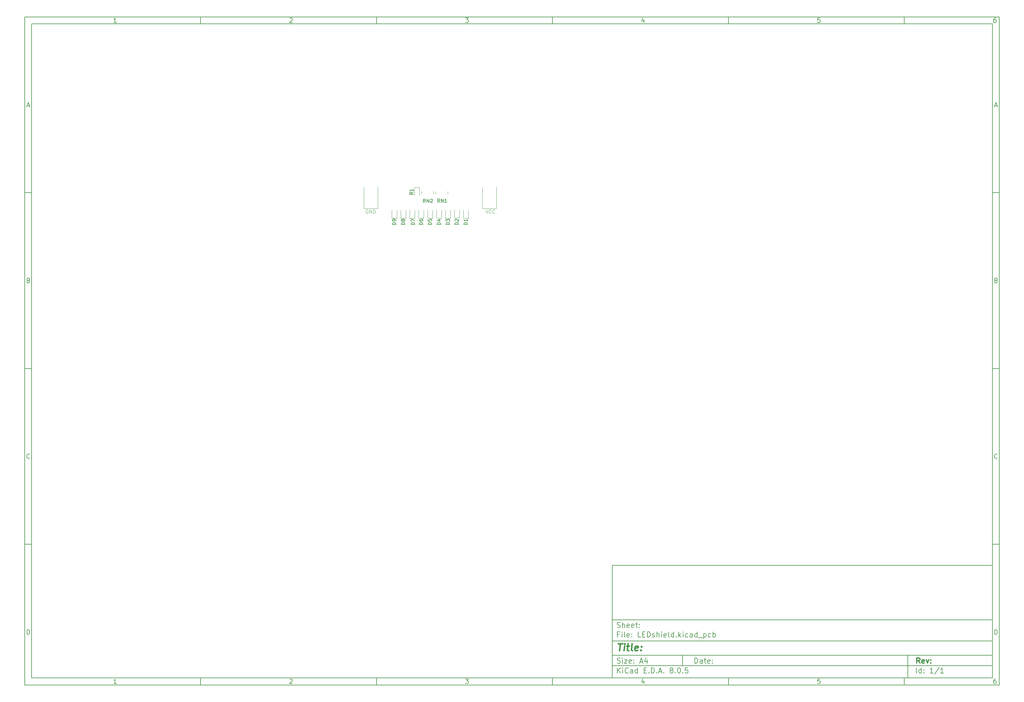
<source format=gbr>
%TF.GenerationSoftware,KiCad,Pcbnew,8.0.5*%
%TF.CreationDate,2024-11-03T22:21:08+08:00*%
%TF.ProjectId,LEDshield,4c454473-6869-4656-9c64-2e6b69636164,rev?*%
%TF.SameCoordinates,Original*%
%TF.FileFunction,Legend,Top*%
%TF.FilePolarity,Positive*%
%FSLAX46Y46*%
G04 Gerber Fmt 4.6, Leading zero omitted, Abs format (unit mm)*
G04 Created by KiCad (PCBNEW 8.0.5) date 2024-11-03 22:21:08*
%MOMM*%
%LPD*%
G01*
G04 APERTURE LIST*
%ADD10C,0.100000*%
%ADD11C,0.150000*%
%ADD12C,0.300000*%
%ADD13C,0.400000*%
%ADD14C,0.120000*%
G04 APERTURE END LIST*
D10*
D11*
X177002200Y-166007200D02*
X285002200Y-166007200D01*
X285002200Y-198007200D01*
X177002200Y-198007200D01*
X177002200Y-166007200D01*
D10*
D11*
X10000000Y-10000000D02*
X287002200Y-10000000D01*
X287002200Y-200007200D01*
X10000000Y-200007200D01*
X10000000Y-10000000D01*
D10*
D11*
X12000000Y-12000000D02*
X285002200Y-12000000D01*
X285002200Y-198007200D01*
X12000000Y-198007200D01*
X12000000Y-12000000D01*
D10*
D11*
X60000000Y-12000000D02*
X60000000Y-10000000D01*
D10*
D11*
X110000000Y-12000000D02*
X110000000Y-10000000D01*
D10*
D11*
X160000000Y-12000000D02*
X160000000Y-10000000D01*
D10*
D11*
X210000000Y-12000000D02*
X210000000Y-10000000D01*
D10*
D11*
X260000000Y-12000000D02*
X260000000Y-10000000D01*
D10*
D11*
X36089160Y-11593604D02*
X35346303Y-11593604D01*
X35717731Y-11593604D02*
X35717731Y-10293604D01*
X35717731Y-10293604D02*
X35593922Y-10479319D01*
X35593922Y-10479319D02*
X35470112Y-10603128D01*
X35470112Y-10603128D02*
X35346303Y-10665033D01*
D10*
D11*
X85346303Y-10417414D02*
X85408207Y-10355509D01*
X85408207Y-10355509D02*
X85532017Y-10293604D01*
X85532017Y-10293604D02*
X85841541Y-10293604D01*
X85841541Y-10293604D02*
X85965350Y-10355509D01*
X85965350Y-10355509D02*
X86027255Y-10417414D01*
X86027255Y-10417414D02*
X86089160Y-10541223D01*
X86089160Y-10541223D02*
X86089160Y-10665033D01*
X86089160Y-10665033D02*
X86027255Y-10850747D01*
X86027255Y-10850747D02*
X85284398Y-11593604D01*
X85284398Y-11593604D02*
X86089160Y-11593604D01*
D10*
D11*
X135284398Y-10293604D02*
X136089160Y-10293604D01*
X136089160Y-10293604D02*
X135655826Y-10788842D01*
X135655826Y-10788842D02*
X135841541Y-10788842D01*
X135841541Y-10788842D02*
X135965350Y-10850747D01*
X135965350Y-10850747D02*
X136027255Y-10912652D01*
X136027255Y-10912652D02*
X136089160Y-11036461D01*
X136089160Y-11036461D02*
X136089160Y-11345985D01*
X136089160Y-11345985D02*
X136027255Y-11469795D01*
X136027255Y-11469795D02*
X135965350Y-11531700D01*
X135965350Y-11531700D02*
X135841541Y-11593604D01*
X135841541Y-11593604D02*
X135470112Y-11593604D01*
X135470112Y-11593604D02*
X135346303Y-11531700D01*
X135346303Y-11531700D02*
X135284398Y-11469795D01*
D10*
D11*
X185965350Y-10726938D02*
X185965350Y-11593604D01*
X185655826Y-10231700D02*
X185346303Y-11160271D01*
X185346303Y-11160271D02*
X186151064Y-11160271D01*
D10*
D11*
X236027255Y-10293604D02*
X235408207Y-10293604D01*
X235408207Y-10293604D02*
X235346303Y-10912652D01*
X235346303Y-10912652D02*
X235408207Y-10850747D01*
X235408207Y-10850747D02*
X235532017Y-10788842D01*
X235532017Y-10788842D02*
X235841541Y-10788842D01*
X235841541Y-10788842D02*
X235965350Y-10850747D01*
X235965350Y-10850747D02*
X236027255Y-10912652D01*
X236027255Y-10912652D02*
X236089160Y-11036461D01*
X236089160Y-11036461D02*
X236089160Y-11345985D01*
X236089160Y-11345985D02*
X236027255Y-11469795D01*
X236027255Y-11469795D02*
X235965350Y-11531700D01*
X235965350Y-11531700D02*
X235841541Y-11593604D01*
X235841541Y-11593604D02*
X235532017Y-11593604D01*
X235532017Y-11593604D02*
X235408207Y-11531700D01*
X235408207Y-11531700D02*
X235346303Y-11469795D01*
D10*
D11*
X285965350Y-10293604D02*
X285717731Y-10293604D01*
X285717731Y-10293604D02*
X285593922Y-10355509D01*
X285593922Y-10355509D02*
X285532017Y-10417414D01*
X285532017Y-10417414D02*
X285408207Y-10603128D01*
X285408207Y-10603128D02*
X285346303Y-10850747D01*
X285346303Y-10850747D02*
X285346303Y-11345985D01*
X285346303Y-11345985D02*
X285408207Y-11469795D01*
X285408207Y-11469795D02*
X285470112Y-11531700D01*
X285470112Y-11531700D02*
X285593922Y-11593604D01*
X285593922Y-11593604D02*
X285841541Y-11593604D01*
X285841541Y-11593604D02*
X285965350Y-11531700D01*
X285965350Y-11531700D02*
X286027255Y-11469795D01*
X286027255Y-11469795D02*
X286089160Y-11345985D01*
X286089160Y-11345985D02*
X286089160Y-11036461D01*
X286089160Y-11036461D02*
X286027255Y-10912652D01*
X286027255Y-10912652D02*
X285965350Y-10850747D01*
X285965350Y-10850747D02*
X285841541Y-10788842D01*
X285841541Y-10788842D02*
X285593922Y-10788842D01*
X285593922Y-10788842D02*
X285470112Y-10850747D01*
X285470112Y-10850747D02*
X285408207Y-10912652D01*
X285408207Y-10912652D02*
X285346303Y-11036461D01*
D10*
D11*
X60000000Y-198007200D02*
X60000000Y-200007200D01*
D10*
D11*
X110000000Y-198007200D02*
X110000000Y-200007200D01*
D10*
D11*
X160000000Y-198007200D02*
X160000000Y-200007200D01*
D10*
D11*
X210000000Y-198007200D02*
X210000000Y-200007200D01*
D10*
D11*
X260000000Y-198007200D02*
X260000000Y-200007200D01*
D10*
D11*
X36089160Y-199600804D02*
X35346303Y-199600804D01*
X35717731Y-199600804D02*
X35717731Y-198300804D01*
X35717731Y-198300804D02*
X35593922Y-198486519D01*
X35593922Y-198486519D02*
X35470112Y-198610328D01*
X35470112Y-198610328D02*
X35346303Y-198672233D01*
D10*
D11*
X85346303Y-198424614D02*
X85408207Y-198362709D01*
X85408207Y-198362709D02*
X85532017Y-198300804D01*
X85532017Y-198300804D02*
X85841541Y-198300804D01*
X85841541Y-198300804D02*
X85965350Y-198362709D01*
X85965350Y-198362709D02*
X86027255Y-198424614D01*
X86027255Y-198424614D02*
X86089160Y-198548423D01*
X86089160Y-198548423D02*
X86089160Y-198672233D01*
X86089160Y-198672233D02*
X86027255Y-198857947D01*
X86027255Y-198857947D02*
X85284398Y-199600804D01*
X85284398Y-199600804D02*
X86089160Y-199600804D01*
D10*
D11*
X135284398Y-198300804D02*
X136089160Y-198300804D01*
X136089160Y-198300804D02*
X135655826Y-198796042D01*
X135655826Y-198796042D02*
X135841541Y-198796042D01*
X135841541Y-198796042D02*
X135965350Y-198857947D01*
X135965350Y-198857947D02*
X136027255Y-198919852D01*
X136027255Y-198919852D02*
X136089160Y-199043661D01*
X136089160Y-199043661D02*
X136089160Y-199353185D01*
X136089160Y-199353185D02*
X136027255Y-199476995D01*
X136027255Y-199476995D02*
X135965350Y-199538900D01*
X135965350Y-199538900D02*
X135841541Y-199600804D01*
X135841541Y-199600804D02*
X135470112Y-199600804D01*
X135470112Y-199600804D02*
X135346303Y-199538900D01*
X135346303Y-199538900D02*
X135284398Y-199476995D01*
D10*
D11*
X185965350Y-198734138D02*
X185965350Y-199600804D01*
X185655826Y-198238900D02*
X185346303Y-199167471D01*
X185346303Y-199167471D02*
X186151064Y-199167471D01*
D10*
D11*
X236027255Y-198300804D02*
X235408207Y-198300804D01*
X235408207Y-198300804D02*
X235346303Y-198919852D01*
X235346303Y-198919852D02*
X235408207Y-198857947D01*
X235408207Y-198857947D02*
X235532017Y-198796042D01*
X235532017Y-198796042D02*
X235841541Y-198796042D01*
X235841541Y-198796042D02*
X235965350Y-198857947D01*
X235965350Y-198857947D02*
X236027255Y-198919852D01*
X236027255Y-198919852D02*
X236089160Y-199043661D01*
X236089160Y-199043661D02*
X236089160Y-199353185D01*
X236089160Y-199353185D02*
X236027255Y-199476995D01*
X236027255Y-199476995D02*
X235965350Y-199538900D01*
X235965350Y-199538900D02*
X235841541Y-199600804D01*
X235841541Y-199600804D02*
X235532017Y-199600804D01*
X235532017Y-199600804D02*
X235408207Y-199538900D01*
X235408207Y-199538900D02*
X235346303Y-199476995D01*
D10*
D11*
X285965350Y-198300804D02*
X285717731Y-198300804D01*
X285717731Y-198300804D02*
X285593922Y-198362709D01*
X285593922Y-198362709D02*
X285532017Y-198424614D01*
X285532017Y-198424614D02*
X285408207Y-198610328D01*
X285408207Y-198610328D02*
X285346303Y-198857947D01*
X285346303Y-198857947D02*
X285346303Y-199353185D01*
X285346303Y-199353185D02*
X285408207Y-199476995D01*
X285408207Y-199476995D02*
X285470112Y-199538900D01*
X285470112Y-199538900D02*
X285593922Y-199600804D01*
X285593922Y-199600804D02*
X285841541Y-199600804D01*
X285841541Y-199600804D02*
X285965350Y-199538900D01*
X285965350Y-199538900D02*
X286027255Y-199476995D01*
X286027255Y-199476995D02*
X286089160Y-199353185D01*
X286089160Y-199353185D02*
X286089160Y-199043661D01*
X286089160Y-199043661D02*
X286027255Y-198919852D01*
X286027255Y-198919852D02*
X285965350Y-198857947D01*
X285965350Y-198857947D02*
X285841541Y-198796042D01*
X285841541Y-198796042D02*
X285593922Y-198796042D01*
X285593922Y-198796042D02*
X285470112Y-198857947D01*
X285470112Y-198857947D02*
X285408207Y-198919852D01*
X285408207Y-198919852D02*
X285346303Y-199043661D01*
D10*
D11*
X10000000Y-60000000D02*
X12000000Y-60000000D01*
D10*
D11*
X10000000Y-110000000D02*
X12000000Y-110000000D01*
D10*
D11*
X10000000Y-160000000D02*
X12000000Y-160000000D01*
D10*
D11*
X10690476Y-35222176D02*
X11309523Y-35222176D01*
X10566666Y-35593604D02*
X10999999Y-34293604D01*
X10999999Y-34293604D02*
X11433333Y-35593604D01*
D10*
D11*
X11092857Y-84912652D02*
X11278571Y-84974557D01*
X11278571Y-84974557D02*
X11340476Y-85036461D01*
X11340476Y-85036461D02*
X11402380Y-85160271D01*
X11402380Y-85160271D02*
X11402380Y-85345985D01*
X11402380Y-85345985D02*
X11340476Y-85469795D01*
X11340476Y-85469795D02*
X11278571Y-85531700D01*
X11278571Y-85531700D02*
X11154761Y-85593604D01*
X11154761Y-85593604D02*
X10659523Y-85593604D01*
X10659523Y-85593604D02*
X10659523Y-84293604D01*
X10659523Y-84293604D02*
X11092857Y-84293604D01*
X11092857Y-84293604D02*
X11216666Y-84355509D01*
X11216666Y-84355509D02*
X11278571Y-84417414D01*
X11278571Y-84417414D02*
X11340476Y-84541223D01*
X11340476Y-84541223D02*
X11340476Y-84665033D01*
X11340476Y-84665033D02*
X11278571Y-84788842D01*
X11278571Y-84788842D02*
X11216666Y-84850747D01*
X11216666Y-84850747D02*
X11092857Y-84912652D01*
X11092857Y-84912652D02*
X10659523Y-84912652D01*
D10*
D11*
X11402380Y-135469795D02*
X11340476Y-135531700D01*
X11340476Y-135531700D02*
X11154761Y-135593604D01*
X11154761Y-135593604D02*
X11030952Y-135593604D01*
X11030952Y-135593604D02*
X10845238Y-135531700D01*
X10845238Y-135531700D02*
X10721428Y-135407890D01*
X10721428Y-135407890D02*
X10659523Y-135284080D01*
X10659523Y-135284080D02*
X10597619Y-135036461D01*
X10597619Y-135036461D02*
X10597619Y-134850747D01*
X10597619Y-134850747D02*
X10659523Y-134603128D01*
X10659523Y-134603128D02*
X10721428Y-134479319D01*
X10721428Y-134479319D02*
X10845238Y-134355509D01*
X10845238Y-134355509D02*
X11030952Y-134293604D01*
X11030952Y-134293604D02*
X11154761Y-134293604D01*
X11154761Y-134293604D02*
X11340476Y-134355509D01*
X11340476Y-134355509D02*
X11402380Y-134417414D01*
D10*
D11*
X10659523Y-185593604D02*
X10659523Y-184293604D01*
X10659523Y-184293604D02*
X10969047Y-184293604D01*
X10969047Y-184293604D02*
X11154761Y-184355509D01*
X11154761Y-184355509D02*
X11278571Y-184479319D01*
X11278571Y-184479319D02*
X11340476Y-184603128D01*
X11340476Y-184603128D02*
X11402380Y-184850747D01*
X11402380Y-184850747D02*
X11402380Y-185036461D01*
X11402380Y-185036461D02*
X11340476Y-185284080D01*
X11340476Y-185284080D02*
X11278571Y-185407890D01*
X11278571Y-185407890D02*
X11154761Y-185531700D01*
X11154761Y-185531700D02*
X10969047Y-185593604D01*
X10969047Y-185593604D02*
X10659523Y-185593604D01*
D10*
D11*
X287002200Y-60000000D02*
X285002200Y-60000000D01*
D10*
D11*
X287002200Y-110000000D02*
X285002200Y-110000000D01*
D10*
D11*
X287002200Y-160000000D02*
X285002200Y-160000000D01*
D10*
D11*
X285692676Y-35222176D02*
X286311723Y-35222176D01*
X285568866Y-35593604D02*
X286002199Y-34293604D01*
X286002199Y-34293604D02*
X286435533Y-35593604D01*
D10*
D11*
X286095057Y-84912652D02*
X286280771Y-84974557D01*
X286280771Y-84974557D02*
X286342676Y-85036461D01*
X286342676Y-85036461D02*
X286404580Y-85160271D01*
X286404580Y-85160271D02*
X286404580Y-85345985D01*
X286404580Y-85345985D02*
X286342676Y-85469795D01*
X286342676Y-85469795D02*
X286280771Y-85531700D01*
X286280771Y-85531700D02*
X286156961Y-85593604D01*
X286156961Y-85593604D02*
X285661723Y-85593604D01*
X285661723Y-85593604D02*
X285661723Y-84293604D01*
X285661723Y-84293604D02*
X286095057Y-84293604D01*
X286095057Y-84293604D02*
X286218866Y-84355509D01*
X286218866Y-84355509D02*
X286280771Y-84417414D01*
X286280771Y-84417414D02*
X286342676Y-84541223D01*
X286342676Y-84541223D02*
X286342676Y-84665033D01*
X286342676Y-84665033D02*
X286280771Y-84788842D01*
X286280771Y-84788842D02*
X286218866Y-84850747D01*
X286218866Y-84850747D02*
X286095057Y-84912652D01*
X286095057Y-84912652D02*
X285661723Y-84912652D01*
D10*
D11*
X286404580Y-135469795D02*
X286342676Y-135531700D01*
X286342676Y-135531700D02*
X286156961Y-135593604D01*
X286156961Y-135593604D02*
X286033152Y-135593604D01*
X286033152Y-135593604D02*
X285847438Y-135531700D01*
X285847438Y-135531700D02*
X285723628Y-135407890D01*
X285723628Y-135407890D02*
X285661723Y-135284080D01*
X285661723Y-135284080D02*
X285599819Y-135036461D01*
X285599819Y-135036461D02*
X285599819Y-134850747D01*
X285599819Y-134850747D02*
X285661723Y-134603128D01*
X285661723Y-134603128D02*
X285723628Y-134479319D01*
X285723628Y-134479319D02*
X285847438Y-134355509D01*
X285847438Y-134355509D02*
X286033152Y-134293604D01*
X286033152Y-134293604D02*
X286156961Y-134293604D01*
X286156961Y-134293604D02*
X286342676Y-134355509D01*
X286342676Y-134355509D02*
X286404580Y-134417414D01*
D10*
D11*
X285661723Y-185593604D02*
X285661723Y-184293604D01*
X285661723Y-184293604D02*
X285971247Y-184293604D01*
X285971247Y-184293604D02*
X286156961Y-184355509D01*
X286156961Y-184355509D02*
X286280771Y-184479319D01*
X286280771Y-184479319D02*
X286342676Y-184603128D01*
X286342676Y-184603128D02*
X286404580Y-184850747D01*
X286404580Y-184850747D02*
X286404580Y-185036461D01*
X286404580Y-185036461D02*
X286342676Y-185284080D01*
X286342676Y-185284080D02*
X286280771Y-185407890D01*
X286280771Y-185407890D02*
X286156961Y-185531700D01*
X286156961Y-185531700D02*
X285971247Y-185593604D01*
X285971247Y-185593604D02*
X285661723Y-185593604D01*
D10*
D11*
X200458026Y-193793328D02*
X200458026Y-192293328D01*
X200458026Y-192293328D02*
X200815169Y-192293328D01*
X200815169Y-192293328D02*
X201029455Y-192364757D01*
X201029455Y-192364757D02*
X201172312Y-192507614D01*
X201172312Y-192507614D02*
X201243741Y-192650471D01*
X201243741Y-192650471D02*
X201315169Y-192936185D01*
X201315169Y-192936185D02*
X201315169Y-193150471D01*
X201315169Y-193150471D02*
X201243741Y-193436185D01*
X201243741Y-193436185D02*
X201172312Y-193579042D01*
X201172312Y-193579042D02*
X201029455Y-193721900D01*
X201029455Y-193721900D02*
X200815169Y-193793328D01*
X200815169Y-193793328D02*
X200458026Y-193793328D01*
X202600884Y-193793328D02*
X202600884Y-193007614D01*
X202600884Y-193007614D02*
X202529455Y-192864757D01*
X202529455Y-192864757D02*
X202386598Y-192793328D01*
X202386598Y-192793328D02*
X202100884Y-192793328D01*
X202100884Y-192793328D02*
X201958026Y-192864757D01*
X202600884Y-193721900D02*
X202458026Y-193793328D01*
X202458026Y-193793328D02*
X202100884Y-193793328D01*
X202100884Y-193793328D02*
X201958026Y-193721900D01*
X201958026Y-193721900D02*
X201886598Y-193579042D01*
X201886598Y-193579042D02*
X201886598Y-193436185D01*
X201886598Y-193436185D02*
X201958026Y-193293328D01*
X201958026Y-193293328D02*
X202100884Y-193221900D01*
X202100884Y-193221900D02*
X202458026Y-193221900D01*
X202458026Y-193221900D02*
X202600884Y-193150471D01*
X203100884Y-192793328D02*
X203672312Y-192793328D01*
X203315169Y-192293328D02*
X203315169Y-193579042D01*
X203315169Y-193579042D02*
X203386598Y-193721900D01*
X203386598Y-193721900D02*
X203529455Y-193793328D01*
X203529455Y-193793328D02*
X203672312Y-193793328D01*
X204743741Y-193721900D02*
X204600884Y-193793328D01*
X204600884Y-193793328D02*
X204315170Y-193793328D01*
X204315170Y-193793328D02*
X204172312Y-193721900D01*
X204172312Y-193721900D02*
X204100884Y-193579042D01*
X204100884Y-193579042D02*
X204100884Y-193007614D01*
X204100884Y-193007614D02*
X204172312Y-192864757D01*
X204172312Y-192864757D02*
X204315170Y-192793328D01*
X204315170Y-192793328D02*
X204600884Y-192793328D01*
X204600884Y-192793328D02*
X204743741Y-192864757D01*
X204743741Y-192864757D02*
X204815170Y-193007614D01*
X204815170Y-193007614D02*
X204815170Y-193150471D01*
X204815170Y-193150471D02*
X204100884Y-193293328D01*
X205458026Y-193650471D02*
X205529455Y-193721900D01*
X205529455Y-193721900D02*
X205458026Y-193793328D01*
X205458026Y-193793328D02*
X205386598Y-193721900D01*
X205386598Y-193721900D02*
X205458026Y-193650471D01*
X205458026Y-193650471D02*
X205458026Y-193793328D01*
X205458026Y-192864757D02*
X205529455Y-192936185D01*
X205529455Y-192936185D02*
X205458026Y-193007614D01*
X205458026Y-193007614D02*
X205386598Y-192936185D01*
X205386598Y-192936185D02*
X205458026Y-192864757D01*
X205458026Y-192864757D02*
X205458026Y-193007614D01*
D10*
D11*
X177002200Y-194507200D02*
X285002200Y-194507200D01*
D10*
D11*
X178458026Y-196593328D02*
X178458026Y-195093328D01*
X179315169Y-196593328D02*
X178672312Y-195736185D01*
X179315169Y-195093328D02*
X178458026Y-195950471D01*
X179958026Y-196593328D02*
X179958026Y-195593328D01*
X179958026Y-195093328D02*
X179886598Y-195164757D01*
X179886598Y-195164757D02*
X179958026Y-195236185D01*
X179958026Y-195236185D02*
X180029455Y-195164757D01*
X180029455Y-195164757D02*
X179958026Y-195093328D01*
X179958026Y-195093328D02*
X179958026Y-195236185D01*
X181529455Y-196450471D02*
X181458027Y-196521900D01*
X181458027Y-196521900D02*
X181243741Y-196593328D01*
X181243741Y-196593328D02*
X181100884Y-196593328D01*
X181100884Y-196593328D02*
X180886598Y-196521900D01*
X180886598Y-196521900D02*
X180743741Y-196379042D01*
X180743741Y-196379042D02*
X180672312Y-196236185D01*
X180672312Y-196236185D02*
X180600884Y-195950471D01*
X180600884Y-195950471D02*
X180600884Y-195736185D01*
X180600884Y-195736185D02*
X180672312Y-195450471D01*
X180672312Y-195450471D02*
X180743741Y-195307614D01*
X180743741Y-195307614D02*
X180886598Y-195164757D01*
X180886598Y-195164757D02*
X181100884Y-195093328D01*
X181100884Y-195093328D02*
X181243741Y-195093328D01*
X181243741Y-195093328D02*
X181458027Y-195164757D01*
X181458027Y-195164757D02*
X181529455Y-195236185D01*
X182815170Y-196593328D02*
X182815170Y-195807614D01*
X182815170Y-195807614D02*
X182743741Y-195664757D01*
X182743741Y-195664757D02*
X182600884Y-195593328D01*
X182600884Y-195593328D02*
X182315170Y-195593328D01*
X182315170Y-195593328D02*
X182172312Y-195664757D01*
X182815170Y-196521900D02*
X182672312Y-196593328D01*
X182672312Y-196593328D02*
X182315170Y-196593328D01*
X182315170Y-196593328D02*
X182172312Y-196521900D01*
X182172312Y-196521900D02*
X182100884Y-196379042D01*
X182100884Y-196379042D02*
X182100884Y-196236185D01*
X182100884Y-196236185D02*
X182172312Y-196093328D01*
X182172312Y-196093328D02*
X182315170Y-196021900D01*
X182315170Y-196021900D02*
X182672312Y-196021900D01*
X182672312Y-196021900D02*
X182815170Y-195950471D01*
X184172313Y-196593328D02*
X184172313Y-195093328D01*
X184172313Y-196521900D02*
X184029455Y-196593328D01*
X184029455Y-196593328D02*
X183743741Y-196593328D01*
X183743741Y-196593328D02*
X183600884Y-196521900D01*
X183600884Y-196521900D02*
X183529455Y-196450471D01*
X183529455Y-196450471D02*
X183458027Y-196307614D01*
X183458027Y-196307614D02*
X183458027Y-195879042D01*
X183458027Y-195879042D02*
X183529455Y-195736185D01*
X183529455Y-195736185D02*
X183600884Y-195664757D01*
X183600884Y-195664757D02*
X183743741Y-195593328D01*
X183743741Y-195593328D02*
X184029455Y-195593328D01*
X184029455Y-195593328D02*
X184172313Y-195664757D01*
X186029455Y-195807614D02*
X186529455Y-195807614D01*
X186743741Y-196593328D02*
X186029455Y-196593328D01*
X186029455Y-196593328D02*
X186029455Y-195093328D01*
X186029455Y-195093328D02*
X186743741Y-195093328D01*
X187386598Y-196450471D02*
X187458027Y-196521900D01*
X187458027Y-196521900D02*
X187386598Y-196593328D01*
X187386598Y-196593328D02*
X187315170Y-196521900D01*
X187315170Y-196521900D02*
X187386598Y-196450471D01*
X187386598Y-196450471D02*
X187386598Y-196593328D01*
X188100884Y-196593328D02*
X188100884Y-195093328D01*
X188100884Y-195093328D02*
X188458027Y-195093328D01*
X188458027Y-195093328D02*
X188672313Y-195164757D01*
X188672313Y-195164757D02*
X188815170Y-195307614D01*
X188815170Y-195307614D02*
X188886599Y-195450471D01*
X188886599Y-195450471D02*
X188958027Y-195736185D01*
X188958027Y-195736185D02*
X188958027Y-195950471D01*
X188958027Y-195950471D02*
X188886599Y-196236185D01*
X188886599Y-196236185D02*
X188815170Y-196379042D01*
X188815170Y-196379042D02*
X188672313Y-196521900D01*
X188672313Y-196521900D02*
X188458027Y-196593328D01*
X188458027Y-196593328D02*
X188100884Y-196593328D01*
X189600884Y-196450471D02*
X189672313Y-196521900D01*
X189672313Y-196521900D02*
X189600884Y-196593328D01*
X189600884Y-196593328D02*
X189529456Y-196521900D01*
X189529456Y-196521900D02*
X189600884Y-196450471D01*
X189600884Y-196450471D02*
X189600884Y-196593328D01*
X190243742Y-196164757D02*
X190958028Y-196164757D01*
X190100885Y-196593328D02*
X190600885Y-195093328D01*
X190600885Y-195093328D02*
X191100885Y-196593328D01*
X191600884Y-196450471D02*
X191672313Y-196521900D01*
X191672313Y-196521900D02*
X191600884Y-196593328D01*
X191600884Y-196593328D02*
X191529456Y-196521900D01*
X191529456Y-196521900D02*
X191600884Y-196450471D01*
X191600884Y-196450471D02*
X191600884Y-196593328D01*
X193672313Y-195736185D02*
X193529456Y-195664757D01*
X193529456Y-195664757D02*
X193458027Y-195593328D01*
X193458027Y-195593328D02*
X193386599Y-195450471D01*
X193386599Y-195450471D02*
X193386599Y-195379042D01*
X193386599Y-195379042D02*
X193458027Y-195236185D01*
X193458027Y-195236185D02*
X193529456Y-195164757D01*
X193529456Y-195164757D02*
X193672313Y-195093328D01*
X193672313Y-195093328D02*
X193958027Y-195093328D01*
X193958027Y-195093328D02*
X194100885Y-195164757D01*
X194100885Y-195164757D02*
X194172313Y-195236185D01*
X194172313Y-195236185D02*
X194243742Y-195379042D01*
X194243742Y-195379042D02*
X194243742Y-195450471D01*
X194243742Y-195450471D02*
X194172313Y-195593328D01*
X194172313Y-195593328D02*
X194100885Y-195664757D01*
X194100885Y-195664757D02*
X193958027Y-195736185D01*
X193958027Y-195736185D02*
X193672313Y-195736185D01*
X193672313Y-195736185D02*
X193529456Y-195807614D01*
X193529456Y-195807614D02*
X193458027Y-195879042D01*
X193458027Y-195879042D02*
X193386599Y-196021900D01*
X193386599Y-196021900D02*
X193386599Y-196307614D01*
X193386599Y-196307614D02*
X193458027Y-196450471D01*
X193458027Y-196450471D02*
X193529456Y-196521900D01*
X193529456Y-196521900D02*
X193672313Y-196593328D01*
X193672313Y-196593328D02*
X193958027Y-196593328D01*
X193958027Y-196593328D02*
X194100885Y-196521900D01*
X194100885Y-196521900D02*
X194172313Y-196450471D01*
X194172313Y-196450471D02*
X194243742Y-196307614D01*
X194243742Y-196307614D02*
X194243742Y-196021900D01*
X194243742Y-196021900D02*
X194172313Y-195879042D01*
X194172313Y-195879042D02*
X194100885Y-195807614D01*
X194100885Y-195807614D02*
X193958027Y-195736185D01*
X194886598Y-196450471D02*
X194958027Y-196521900D01*
X194958027Y-196521900D02*
X194886598Y-196593328D01*
X194886598Y-196593328D02*
X194815170Y-196521900D01*
X194815170Y-196521900D02*
X194886598Y-196450471D01*
X194886598Y-196450471D02*
X194886598Y-196593328D01*
X195886599Y-195093328D02*
X196029456Y-195093328D01*
X196029456Y-195093328D02*
X196172313Y-195164757D01*
X196172313Y-195164757D02*
X196243742Y-195236185D01*
X196243742Y-195236185D02*
X196315170Y-195379042D01*
X196315170Y-195379042D02*
X196386599Y-195664757D01*
X196386599Y-195664757D02*
X196386599Y-196021900D01*
X196386599Y-196021900D02*
X196315170Y-196307614D01*
X196315170Y-196307614D02*
X196243742Y-196450471D01*
X196243742Y-196450471D02*
X196172313Y-196521900D01*
X196172313Y-196521900D02*
X196029456Y-196593328D01*
X196029456Y-196593328D02*
X195886599Y-196593328D01*
X195886599Y-196593328D02*
X195743742Y-196521900D01*
X195743742Y-196521900D02*
X195672313Y-196450471D01*
X195672313Y-196450471D02*
X195600884Y-196307614D01*
X195600884Y-196307614D02*
X195529456Y-196021900D01*
X195529456Y-196021900D02*
X195529456Y-195664757D01*
X195529456Y-195664757D02*
X195600884Y-195379042D01*
X195600884Y-195379042D02*
X195672313Y-195236185D01*
X195672313Y-195236185D02*
X195743742Y-195164757D01*
X195743742Y-195164757D02*
X195886599Y-195093328D01*
X197029455Y-196450471D02*
X197100884Y-196521900D01*
X197100884Y-196521900D02*
X197029455Y-196593328D01*
X197029455Y-196593328D02*
X196958027Y-196521900D01*
X196958027Y-196521900D02*
X197029455Y-196450471D01*
X197029455Y-196450471D02*
X197029455Y-196593328D01*
X198458027Y-195093328D02*
X197743741Y-195093328D01*
X197743741Y-195093328D02*
X197672313Y-195807614D01*
X197672313Y-195807614D02*
X197743741Y-195736185D01*
X197743741Y-195736185D02*
X197886599Y-195664757D01*
X197886599Y-195664757D02*
X198243741Y-195664757D01*
X198243741Y-195664757D02*
X198386599Y-195736185D01*
X198386599Y-195736185D02*
X198458027Y-195807614D01*
X198458027Y-195807614D02*
X198529456Y-195950471D01*
X198529456Y-195950471D02*
X198529456Y-196307614D01*
X198529456Y-196307614D02*
X198458027Y-196450471D01*
X198458027Y-196450471D02*
X198386599Y-196521900D01*
X198386599Y-196521900D02*
X198243741Y-196593328D01*
X198243741Y-196593328D02*
X197886599Y-196593328D01*
X197886599Y-196593328D02*
X197743741Y-196521900D01*
X197743741Y-196521900D02*
X197672313Y-196450471D01*
D10*
D11*
X177002200Y-191507200D02*
X285002200Y-191507200D01*
D10*
D12*
X264413853Y-193785528D02*
X263913853Y-193071242D01*
X263556710Y-193785528D02*
X263556710Y-192285528D01*
X263556710Y-192285528D02*
X264128139Y-192285528D01*
X264128139Y-192285528D02*
X264270996Y-192356957D01*
X264270996Y-192356957D02*
X264342425Y-192428385D01*
X264342425Y-192428385D02*
X264413853Y-192571242D01*
X264413853Y-192571242D02*
X264413853Y-192785528D01*
X264413853Y-192785528D02*
X264342425Y-192928385D01*
X264342425Y-192928385D02*
X264270996Y-192999814D01*
X264270996Y-192999814D02*
X264128139Y-193071242D01*
X264128139Y-193071242D02*
X263556710Y-193071242D01*
X265628139Y-193714100D02*
X265485282Y-193785528D01*
X265485282Y-193785528D02*
X265199568Y-193785528D01*
X265199568Y-193785528D02*
X265056710Y-193714100D01*
X265056710Y-193714100D02*
X264985282Y-193571242D01*
X264985282Y-193571242D02*
X264985282Y-192999814D01*
X264985282Y-192999814D02*
X265056710Y-192856957D01*
X265056710Y-192856957D02*
X265199568Y-192785528D01*
X265199568Y-192785528D02*
X265485282Y-192785528D01*
X265485282Y-192785528D02*
X265628139Y-192856957D01*
X265628139Y-192856957D02*
X265699568Y-192999814D01*
X265699568Y-192999814D02*
X265699568Y-193142671D01*
X265699568Y-193142671D02*
X264985282Y-193285528D01*
X266199567Y-192785528D02*
X266556710Y-193785528D01*
X266556710Y-193785528D02*
X266913853Y-192785528D01*
X267485281Y-193642671D02*
X267556710Y-193714100D01*
X267556710Y-193714100D02*
X267485281Y-193785528D01*
X267485281Y-193785528D02*
X267413853Y-193714100D01*
X267413853Y-193714100D02*
X267485281Y-193642671D01*
X267485281Y-193642671D02*
X267485281Y-193785528D01*
X267485281Y-192856957D02*
X267556710Y-192928385D01*
X267556710Y-192928385D02*
X267485281Y-192999814D01*
X267485281Y-192999814D02*
X267413853Y-192928385D01*
X267413853Y-192928385D02*
X267485281Y-192856957D01*
X267485281Y-192856957D02*
X267485281Y-192999814D01*
D10*
D11*
X178386598Y-193721900D02*
X178600884Y-193793328D01*
X178600884Y-193793328D02*
X178958026Y-193793328D01*
X178958026Y-193793328D02*
X179100884Y-193721900D01*
X179100884Y-193721900D02*
X179172312Y-193650471D01*
X179172312Y-193650471D02*
X179243741Y-193507614D01*
X179243741Y-193507614D02*
X179243741Y-193364757D01*
X179243741Y-193364757D02*
X179172312Y-193221900D01*
X179172312Y-193221900D02*
X179100884Y-193150471D01*
X179100884Y-193150471D02*
X178958026Y-193079042D01*
X178958026Y-193079042D02*
X178672312Y-193007614D01*
X178672312Y-193007614D02*
X178529455Y-192936185D01*
X178529455Y-192936185D02*
X178458026Y-192864757D01*
X178458026Y-192864757D02*
X178386598Y-192721900D01*
X178386598Y-192721900D02*
X178386598Y-192579042D01*
X178386598Y-192579042D02*
X178458026Y-192436185D01*
X178458026Y-192436185D02*
X178529455Y-192364757D01*
X178529455Y-192364757D02*
X178672312Y-192293328D01*
X178672312Y-192293328D02*
X179029455Y-192293328D01*
X179029455Y-192293328D02*
X179243741Y-192364757D01*
X179886597Y-193793328D02*
X179886597Y-192793328D01*
X179886597Y-192293328D02*
X179815169Y-192364757D01*
X179815169Y-192364757D02*
X179886597Y-192436185D01*
X179886597Y-192436185D02*
X179958026Y-192364757D01*
X179958026Y-192364757D02*
X179886597Y-192293328D01*
X179886597Y-192293328D02*
X179886597Y-192436185D01*
X180458026Y-192793328D02*
X181243741Y-192793328D01*
X181243741Y-192793328D02*
X180458026Y-193793328D01*
X180458026Y-193793328D02*
X181243741Y-193793328D01*
X182386598Y-193721900D02*
X182243741Y-193793328D01*
X182243741Y-193793328D02*
X181958027Y-193793328D01*
X181958027Y-193793328D02*
X181815169Y-193721900D01*
X181815169Y-193721900D02*
X181743741Y-193579042D01*
X181743741Y-193579042D02*
X181743741Y-193007614D01*
X181743741Y-193007614D02*
X181815169Y-192864757D01*
X181815169Y-192864757D02*
X181958027Y-192793328D01*
X181958027Y-192793328D02*
X182243741Y-192793328D01*
X182243741Y-192793328D02*
X182386598Y-192864757D01*
X182386598Y-192864757D02*
X182458027Y-193007614D01*
X182458027Y-193007614D02*
X182458027Y-193150471D01*
X182458027Y-193150471D02*
X181743741Y-193293328D01*
X183100883Y-193650471D02*
X183172312Y-193721900D01*
X183172312Y-193721900D02*
X183100883Y-193793328D01*
X183100883Y-193793328D02*
X183029455Y-193721900D01*
X183029455Y-193721900D02*
X183100883Y-193650471D01*
X183100883Y-193650471D02*
X183100883Y-193793328D01*
X183100883Y-192864757D02*
X183172312Y-192936185D01*
X183172312Y-192936185D02*
X183100883Y-193007614D01*
X183100883Y-193007614D02*
X183029455Y-192936185D01*
X183029455Y-192936185D02*
X183100883Y-192864757D01*
X183100883Y-192864757D02*
X183100883Y-193007614D01*
X184886598Y-193364757D02*
X185600884Y-193364757D01*
X184743741Y-193793328D02*
X185243741Y-192293328D01*
X185243741Y-192293328D02*
X185743741Y-193793328D01*
X186886598Y-192793328D02*
X186886598Y-193793328D01*
X186529455Y-192221900D02*
X186172312Y-193293328D01*
X186172312Y-193293328D02*
X187100883Y-193293328D01*
D10*
D11*
X263458026Y-196593328D02*
X263458026Y-195093328D01*
X264815170Y-196593328D02*
X264815170Y-195093328D01*
X264815170Y-196521900D02*
X264672312Y-196593328D01*
X264672312Y-196593328D02*
X264386598Y-196593328D01*
X264386598Y-196593328D02*
X264243741Y-196521900D01*
X264243741Y-196521900D02*
X264172312Y-196450471D01*
X264172312Y-196450471D02*
X264100884Y-196307614D01*
X264100884Y-196307614D02*
X264100884Y-195879042D01*
X264100884Y-195879042D02*
X264172312Y-195736185D01*
X264172312Y-195736185D02*
X264243741Y-195664757D01*
X264243741Y-195664757D02*
X264386598Y-195593328D01*
X264386598Y-195593328D02*
X264672312Y-195593328D01*
X264672312Y-195593328D02*
X264815170Y-195664757D01*
X265529455Y-196450471D02*
X265600884Y-196521900D01*
X265600884Y-196521900D02*
X265529455Y-196593328D01*
X265529455Y-196593328D02*
X265458027Y-196521900D01*
X265458027Y-196521900D02*
X265529455Y-196450471D01*
X265529455Y-196450471D02*
X265529455Y-196593328D01*
X265529455Y-195664757D02*
X265600884Y-195736185D01*
X265600884Y-195736185D02*
X265529455Y-195807614D01*
X265529455Y-195807614D02*
X265458027Y-195736185D01*
X265458027Y-195736185D02*
X265529455Y-195664757D01*
X265529455Y-195664757D02*
X265529455Y-195807614D01*
X268172313Y-196593328D02*
X267315170Y-196593328D01*
X267743741Y-196593328D02*
X267743741Y-195093328D01*
X267743741Y-195093328D02*
X267600884Y-195307614D01*
X267600884Y-195307614D02*
X267458027Y-195450471D01*
X267458027Y-195450471D02*
X267315170Y-195521900D01*
X269886598Y-195021900D02*
X268600884Y-196950471D01*
X271172313Y-196593328D02*
X270315170Y-196593328D01*
X270743741Y-196593328D02*
X270743741Y-195093328D01*
X270743741Y-195093328D02*
X270600884Y-195307614D01*
X270600884Y-195307614D02*
X270458027Y-195450471D01*
X270458027Y-195450471D02*
X270315170Y-195521900D01*
D10*
D11*
X177002200Y-187507200D02*
X285002200Y-187507200D01*
D10*
D13*
X178693928Y-188211638D02*
X179836785Y-188211638D01*
X179015357Y-190211638D02*
X179265357Y-188211638D01*
X180253452Y-190211638D02*
X180420119Y-188878304D01*
X180503452Y-188211638D02*
X180396309Y-188306876D01*
X180396309Y-188306876D02*
X180479643Y-188402114D01*
X180479643Y-188402114D02*
X180586786Y-188306876D01*
X180586786Y-188306876D02*
X180503452Y-188211638D01*
X180503452Y-188211638D02*
X180479643Y-188402114D01*
X181086786Y-188878304D02*
X181848690Y-188878304D01*
X181455833Y-188211638D02*
X181241548Y-189925923D01*
X181241548Y-189925923D02*
X181312976Y-190116400D01*
X181312976Y-190116400D02*
X181491548Y-190211638D01*
X181491548Y-190211638D02*
X181682024Y-190211638D01*
X182634405Y-190211638D02*
X182455833Y-190116400D01*
X182455833Y-190116400D02*
X182384405Y-189925923D01*
X182384405Y-189925923D02*
X182598690Y-188211638D01*
X184170119Y-190116400D02*
X183967738Y-190211638D01*
X183967738Y-190211638D02*
X183586785Y-190211638D01*
X183586785Y-190211638D02*
X183408214Y-190116400D01*
X183408214Y-190116400D02*
X183336785Y-189925923D01*
X183336785Y-189925923D02*
X183432024Y-189164019D01*
X183432024Y-189164019D02*
X183551071Y-188973542D01*
X183551071Y-188973542D02*
X183753452Y-188878304D01*
X183753452Y-188878304D02*
X184134404Y-188878304D01*
X184134404Y-188878304D02*
X184312976Y-188973542D01*
X184312976Y-188973542D02*
X184384404Y-189164019D01*
X184384404Y-189164019D02*
X184360595Y-189354495D01*
X184360595Y-189354495D02*
X183384404Y-189544971D01*
X185134405Y-190021161D02*
X185217738Y-190116400D01*
X185217738Y-190116400D02*
X185110595Y-190211638D01*
X185110595Y-190211638D02*
X185027262Y-190116400D01*
X185027262Y-190116400D02*
X185134405Y-190021161D01*
X185134405Y-190021161D02*
X185110595Y-190211638D01*
X185265357Y-188973542D02*
X185348690Y-189068780D01*
X185348690Y-189068780D02*
X185241548Y-189164019D01*
X185241548Y-189164019D02*
X185158214Y-189068780D01*
X185158214Y-189068780D02*
X185265357Y-188973542D01*
X185265357Y-188973542D02*
X185241548Y-189164019D01*
D10*
D11*
X178958026Y-185607614D02*
X178458026Y-185607614D01*
X178458026Y-186393328D02*
X178458026Y-184893328D01*
X178458026Y-184893328D02*
X179172312Y-184893328D01*
X179743740Y-186393328D02*
X179743740Y-185393328D01*
X179743740Y-184893328D02*
X179672312Y-184964757D01*
X179672312Y-184964757D02*
X179743740Y-185036185D01*
X179743740Y-185036185D02*
X179815169Y-184964757D01*
X179815169Y-184964757D02*
X179743740Y-184893328D01*
X179743740Y-184893328D02*
X179743740Y-185036185D01*
X180672312Y-186393328D02*
X180529455Y-186321900D01*
X180529455Y-186321900D02*
X180458026Y-186179042D01*
X180458026Y-186179042D02*
X180458026Y-184893328D01*
X181815169Y-186321900D02*
X181672312Y-186393328D01*
X181672312Y-186393328D02*
X181386598Y-186393328D01*
X181386598Y-186393328D02*
X181243740Y-186321900D01*
X181243740Y-186321900D02*
X181172312Y-186179042D01*
X181172312Y-186179042D02*
X181172312Y-185607614D01*
X181172312Y-185607614D02*
X181243740Y-185464757D01*
X181243740Y-185464757D02*
X181386598Y-185393328D01*
X181386598Y-185393328D02*
X181672312Y-185393328D01*
X181672312Y-185393328D02*
X181815169Y-185464757D01*
X181815169Y-185464757D02*
X181886598Y-185607614D01*
X181886598Y-185607614D02*
X181886598Y-185750471D01*
X181886598Y-185750471D02*
X181172312Y-185893328D01*
X182529454Y-186250471D02*
X182600883Y-186321900D01*
X182600883Y-186321900D02*
X182529454Y-186393328D01*
X182529454Y-186393328D02*
X182458026Y-186321900D01*
X182458026Y-186321900D02*
X182529454Y-186250471D01*
X182529454Y-186250471D02*
X182529454Y-186393328D01*
X182529454Y-185464757D02*
X182600883Y-185536185D01*
X182600883Y-185536185D02*
X182529454Y-185607614D01*
X182529454Y-185607614D02*
X182458026Y-185536185D01*
X182458026Y-185536185D02*
X182529454Y-185464757D01*
X182529454Y-185464757D02*
X182529454Y-185607614D01*
X185100883Y-186393328D02*
X184386597Y-186393328D01*
X184386597Y-186393328D02*
X184386597Y-184893328D01*
X185600883Y-185607614D02*
X186100883Y-185607614D01*
X186315169Y-186393328D02*
X185600883Y-186393328D01*
X185600883Y-186393328D02*
X185600883Y-184893328D01*
X185600883Y-184893328D02*
X186315169Y-184893328D01*
X186958026Y-186393328D02*
X186958026Y-184893328D01*
X186958026Y-184893328D02*
X187315169Y-184893328D01*
X187315169Y-184893328D02*
X187529455Y-184964757D01*
X187529455Y-184964757D02*
X187672312Y-185107614D01*
X187672312Y-185107614D02*
X187743741Y-185250471D01*
X187743741Y-185250471D02*
X187815169Y-185536185D01*
X187815169Y-185536185D02*
X187815169Y-185750471D01*
X187815169Y-185750471D02*
X187743741Y-186036185D01*
X187743741Y-186036185D02*
X187672312Y-186179042D01*
X187672312Y-186179042D02*
X187529455Y-186321900D01*
X187529455Y-186321900D02*
X187315169Y-186393328D01*
X187315169Y-186393328D02*
X186958026Y-186393328D01*
X188386598Y-186321900D02*
X188529455Y-186393328D01*
X188529455Y-186393328D02*
X188815169Y-186393328D01*
X188815169Y-186393328D02*
X188958026Y-186321900D01*
X188958026Y-186321900D02*
X189029455Y-186179042D01*
X189029455Y-186179042D02*
X189029455Y-186107614D01*
X189029455Y-186107614D02*
X188958026Y-185964757D01*
X188958026Y-185964757D02*
X188815169Y-185893328D01*
X188815169Y-185893328D02*
X188600884Y-185893328D01*
X188600884Y-185893328D02*
X188458026Y-185821900D01*
X188458026Y-185821900D02*
X188386598Y-185679042D01*
X188386598Y-185679042D02*
X188386598Y-185607614D01*
X188386598Y-185607614D02*
X188458026Y-185464757D01*
X188458026Y-185464757D02*
X188600884Y-185393328D01*
X188600884Y-185393328D02*
X188815169Y-185393328D01*
X188815169Y-185393328D02*
X188958026Y-185464757D01*
X189672312Y-186393328D02*
X189672312Y-184893328D01*
X190315170Y-186393328D02*
X190315170Y-185607614D01*
X190315170Y-185607614D02*
X190243741Y-185464757D01*
X190243741Y-185464757D02*
X190100884Y-185393328D01*
X190100884Y-185393328D02*
X189886598Y-185393328D01*
X189886598Y-185393328D02*
X189743741Y-185464757D01*
X189743741Y-185464757D02*
X189672312Y-185536185D01*
X191029455Y-186393328D02*
X191029455Y-185393328D01*
X191029455Y-184893328D02*
X190958027Y-184964757D01*
X190958027Y-184964757D02*
X191029455Y-185036185D01*
X191029455Y-185036185D02*
X191100884Y-184964757D01*
X191100884Y-184964757D02*
X191029455Y-184893328D01*
X191029455Y-184893328D02*
X191029455Y-185036185D01*
X192315170Y-186321900D02*
X192172313Y-186393328D01*
X192172313Y-186393328D02*
X191886599Y-186393328D01*
X191886599Y-186393328D02*
X191743741Y-186321900D01*
X191743741Y-186321900D02*
X191672313Y-186179042D01*
X191672313Y-186179042D02*
X191672313Y-185607614D01*
X191672313Y-185607614D02*
X191743741Y-185464757D01*
X191743741Y-185464757D02*
X191886599Y-185393328D01*
X191886599Y-185393328D02*
X192172313Y-185393328D01*
X192172313Y-185393328D02*
X192315170Y-185464757D01*
X192315170Y-185464757D02*
X192386599Y-185607614D01*
X192386599Y-185607614D02*
X192386599Y-185750471D01*
X192386599Y-185750471D02*
X191672313Y-185893328D01*
X193243741Y-186393328D02*
X193100884Y-186321900D01*
X193100884Y-186321900D02*
X193029455Y-186179042D01*
X193029455Y-186179042D02*
X193029455Y-184893328D01*
X194458027Y-186393328D02*
X194458027Y-184893328D01*
X194458027Y-186321900D02*
X194315169Y-186393328D01*
X194315169Y-186393328D02*
X194029455Y-186393328D01*
X194029455Y-186393328D02*
X193886598Y-186321900D01*
X193886598Y-186321900D02*
X193815169Y-186250471D01*
X193815169Y-186250471D02*
X193743741Y-186107614D01*
X193743741Y-186107614D02*
X193743741Y-185679042D01*
X193743741Y-185679042D02*
X193815169Y-185536185D01*
X193815169Y-185536185D02*
X193886598Y-185464757D01*
X193886598Y-185464757D02*
X194029455Y-185393328D01*
X194029455Y-185393328D02*
X194315169Y-185393328D01*
X194315169Y-185393328D02*
X194458027Y-185464757D01*
X195172312Y-186250471D02*
X195243741Y-186321900D01*
X195243741Y-186321900D02*
X195172312Y-186393328D01*
X195172312Y-186393328D02*
X195100884Y-186321900D01*
X195100884Y-186321900D02*
X195172312Y-186250471D01*
X195172312Y-186250471D02*
X195172312Y-186393328D01*
X195886598Y-186393328D02*
X195886598Y-184893328D01*
X196029456Y-185821900D02*
X196458027Y-186393328D01*
X196458027Y-185393328D02*
X195886598Y-185964757D01*
X197100884Y-186393328D02*
X197100884Y-185393328D01*
X197100884Y-184893328D02*
X197029456Y-184964757D01*
X197029456Y-184964757D02*
X197100884Y-185036185D01*
X197100884Y-185036185D02*
X197172313Y-184964757D01*
X197172313Y-184964757D02*
X197100884Y-184893328D01*
X197100884Y-184893328D02*
X197100884Y-185036185D01*
X198458028Y-186321900D02*
X198315170Y-186393328D01*
X198315170Y-186393328D02*
X198029456Y-186393328D01*
X198029456Y-186393328D02*
X197886599Y-186321900D01*
X197886599Y-186321900D02*
X197815170Y-186250471D01*
X197815170Y-186250471D02*
X197743742Y-186107614D01*
X197743742Y-186107614D02*
X197743742Y-185679042D01*
X197743742Y-185679042D02*
X197815170Y-185536185D01*
X197815170Y-185536185D02*
X197886599Y-185464757D01*
X197886599Y-185464757D02*
X198029456Y-185393328D01*
X198029456Y-185393328D02*
X198315170Y-185393328D01*
X198315170Y-185393328D02*
X198458028Y-185464757D01*
X199743742Y-186393328D02*
X199743742Y-185607614D01*
X199743742Y-185607614D02*
X199672313Y-185464757D01*
X199672313Y-185464757D02*
X199529456Y-185393328D01*
X199529456Y-185393328D02*
X199243742Y-185393328D01*
X199243742Y-185393328D02*
X199100884Y-185464757D01*
X199743742Y-186321900D02*
X199600884Y-186393328D01*
X199600884Y-186393328D02*
X199243742Y-186393328D01*
X199243742Y-186393328D02*
X199100884Y-186321900D01*
X199100884Y-186321900D02*
X199029456Y-186179042D01*
X199029456Y-186179042D02*
X199029456Y-186036185D01*
X199029456Y-186036185D02*
X199100884Y-185893328D01*
X199100884Y-185893328D02*
X199243742Y-185821900D01*
X199243742Y-185821900D02*
X199600884Y-185821900D01*
X199600884Y-185821900D02*
X199743742Y-185750471D01*
X201100885Y-186393328D02*
X201100885Y-184893328D01*
X201100885Y-186321900D02*
X200958027Y-186393328D01*
X200958027Y-186393328D02*
X200672313Y-186393328D01*
X200672313Y-186393328D02*
X200529456Y-186321900D01*
X200529456Y-186321900D02*
X200458027Y-186250471D01*
X200458027Y-186250471D02*
X200386599Y-186107614D01*
X200386599Y-186107614D02*
X200386599Y-185679042D01*
X200386599Y-185679042D02*
X200458027Y-185536185D01*
X200458027Y-185536185D02*
X200529456Y-185464757D01*
X200529456Y-185464757D02*
X200672313Y-185393328D01*
X200672313Y-185393328D02*
X200958027Y-185393328D01*
X200958027Y-185393328D02*
X201100885Y-185464757D01*
X201458028Y-186536185D02*
X202600885Y-186536185D01*
X202958027Y-185393328D02*
X202958027Y-186893328D01*
X202958027Y-185464757D02*
X203100885Y-185393328D01*
X203100885Y-185393328D02*
X203386599Y-185393328D01*
X203386599Y-185393328D02*
X203529456Y-185464757D01*
X203529456Y-185464757D02*
X203600885Y-185536185D01*
X203600885Y-185536185D02*
X203672313Y-185679042D01*
X203672313Y-185679042D02*
X203672313Y-186107614D01*
X203672313Y-186107614D02*
X203600885Y-186250471D01*
X203600885Y-186250471D02*
X203529456Y-186321900D01*
X203529456Y-186321900D02*
X203386599Y-186393328D01*
X203386599Y-186393328D02*
X203100885Y-186393328D01*
X203100885Y-186393328D02*
X202958027Y-186321900D01*
X204958028Y-186321900D02*
X204815170Y-186393328D01*
X204815170Y-186393328D02*
X204529456Y-186393328D01*
X204529456Y-186393328D02*
X204386599Y-186321900D01*
X204386599Y-186321900D02*
X204315170Y-186250471D01*
X204315170Y-186250471D02*
X204243742Y-186107614D01*
X204243742Y-186107614D02*
X204243742Y-185679042D01*
X204243742Y-185679042D02*
X204315170Y-185536185D01*
X204315170Y-185536185D02*
X204386599Y-185464757D01*
X204386599Y-185464757D02*
X204529456Y-185393328D01*
X204529456Y-185393328D02*
X204815170Y-185393328D01*
X204815170Y-185393328D02*
X204958028Y-185464757D01*
X205600884Y-186393328D02*
X205600884Y-184893328D01*
X205600884Y-185464757D02*
X205743742Y-185393328D01*
X205743742Y-185393328D02*
X206029456Y-185393328D01*
X206029456Y-185393328D02*
X206172313Y-185464757D01*
X206172313Y-185464757D02*
X206243742Y-185536185D01*
X206243742Y-185536185D02*
X206315170Y-185679042D01*
X206315170Y-185679042D02*
X206315170Y-186107614D01*
X206315170Y-186107614D02*
X206243742Y-186250471D01*
X206243742Y-186250471D02*
X206172313Y-186321900D01*
X206172313Y-186321900D02*
X206029456Y-186393328D01*
X206029456Y-186393328D02*
X205743742Y-186393328D01*
X205743742Y-186393328D02*
X205600884Y-186321900D01*
D10*
D11*
X177002200Y-181507200D02*
X285002200Y-181507200D01*
D10*
D11*
X178386598Y-183621900D02*
X178600884Y-183693328D01*
X178600884Y-183693328D02*
X178958026Y-183693328D01*
X178958026Y-183693328D02*
X179100884Y-183621900D01*
X179100884Y-183621900D02*
X179172312Y-183550471D01*
X179172312Y-183550471D02*
X179243741Y-183407614D01*
X179243741Y-183407614D02*
X179243741Y-183264757D01*
X179243741Y-183264757D02*
X179172312Y-183121900D01*
X179172312Y-183121900D02*
X179100884Y-183050471D01*
X179100884Y-183050471D02*
X178958026Y-182979042D01*
X178958026Y-182979042D02*
X178672312Y-182907614D01*
X178672312Y-182907614D02*
X178529455Y-182836185D01*
X178529455Y-182836185D02*
X178458026Y-182764757D01*
X178458026Y-182764757D02*
X178386598Y-182621900D01*
X178386598Y-182621900D02*
X178386598Y-182479042D01*
X178386598Y-182479042D02*
X178458026Y-182336185D01*
X178458026Y-182336185D02*
X178529455Y-182264757D01*
X178529455Y-182264757D02*
X178672312Y-182193328D01*
X178672312Y-182193328D02*
X179029455Y-182193328D01*
X179029455Y-182193328D02*
X179243741Y-182264757D01*
X179886597Y-183693328D02*
X179886597Y-182193328D01*
X180529455Y-183693328D02*
X180529455Y-182907614D01*
X180529455Y-182907614D02*
X180458026Y-182764757D01*
X180458026Y-182764757D02*
X180315169Y-182693328D01*
X180315169Y-182693328D02*
X180100883Y-182693328D01*
X180100883Y-182693328D02*
X179958026Y-182764757D01*
X179958026Y-182764757D02*
X179886597Y-182836185D01*
X181815169Y-183621900D02*
X181672312Y-183693328D01*
X181672312Y-183693328D02*
X181386598Y-183693328D01*
X181386598Y-183693328D02*
X181243740Y-183621900D01*
X181243740Y-183621900D02*
X181172312Y-183479042D01*
X181172312Y-183479042D02*
X181172312Y-182907614D01*
X181172312Y-182907614D02*
X181243740Y-182764757D01*
X181243740Y-182764757D02*
X181386598Y-182693328D01*
X181386598Y-182693328D02*
X181672312Y-182693328D01*
X181672312Y-182693328D02*
X181815169Y-182764757D01*
X181815169Y-182764757D02*
X181886598Y-182907614D01*
X181886598Y-182907614D02*
X181886598Y-183050471D01*
X181886598Y-183050471D02*
X181172312Y-183193328D01*
X183100883Y-183621900D02*
X182958026Y-183693328D01*
X182958026Y-183693328D02*
X182672312Y-183693328D01*
X182672312Y-183693328D02*
X182529454Y-183621900D01*
X182529454Y-183621900D02*
X182458026Y-183479042D01*
X182458026Y-183479042D02*
X182458026Y-182907614D01*
X182458026Y-182907614D02*
X182529454Y-182764757D01*
X182529454Y-182764757D02*
X182672312Y-182693328D01*
X182672312Y-182693328D02*
X182958026Y-182693328D01*
X182958026Y-182693328D02*
X183100883Y-182764757D01*
X183100883Y-182764757D02*
X183172312Y-182907614D01*
X183172312Y-182907614D02*
X183172312Y-183050471D01*
X183172312Y-183050471D02*
X182458026Y-183193328D01*
X183600883Y-182693328D02*
X184172311Y-182693328D01*
X183815168Y-182193328D02*
X183815168Y-183479042D01*
X183815168Y-183479042D02*
X183886597Y-183621900D01*
X183886597Y-183621900D02*
X184029454Y-183693328D01*
X184029454Y-183693328D02*
X184172311Y-183693328D01*
X184672311Y-183550471D02*
X184743740Y-183621900D01*
X184743740Y-183621900D02*
X184672311Y-183693328D01*
X184672311Y-183693328D02*
X184600883Y-183621900D01*
X184600883Y-183621900D02*
X184672311Y-183550471D01*
X184672311Y-183550471D02*
X184672311Y-183693328D01*
X184672311Y-182764757D02*
X184743740Y-182836185D01*
X184743740Y-182836185D02*
X184672311Y-182907614D01*
X184672311Y-182907614D02*
X184600883Y-182836185D01*
X184600883Y-182836185D02*
X184672311Y-182764757D01*
X184672311Y-182764757D02*
X184672311Y-182907614D01*
D10*
D11*
X197002200Y-191507200D02*
X197002200Y-194507200D01*
D10*
D11*
X261002200Y-191507200D02*
X261002200Y-198007200D01*
D10*
X140978627Y-64836219D02*
X141311960Y-65836219D01*
X141311960Y-65836219D02*
X141645293Y-64836219D01*
X142550055Y-65740980D02*
X142502436Y-65788600D01*
X142502436Y-65788600D02*
X142359579Y-65836219D01*
X142359579Y-65836219D02*
X142264341Y-65836219D01*
X142264341Y-65836219D02*
X142121484Y-65788600D01*
X142121484Y-65788600D02*
X142026246Y-65693361D01*
X142026246Y-65693361D02*
X141978627Y-65598123D01*
X141978627Y-65598123D02*
X141931008Y-65407647D01*
X141931008Y-65407647D02*
X141931008Y-65264790D01*
X141931008Y-65264790D02*
X141978627Y-65074314D01*
X141978627Y-65074314D02*
X142026246Y-64979076D01*
X142026246Y-64979076D02*
X142121484Y-64883838D01*
X142121484Y-64883838D02*
X142264341Y-64836219D01*
X142264341Y-64836219D02*
X142359579Y-64836219D01*
X142359579Y-64836219D02*
X142502436Y-64883838D01*
X142502436Y-64883838D02*
X142550055Y-64931457D01*
X143550055Y-65740980D02*
X143502436Y-65788600D01*
X143502436Y-65788600D02*
X143359579Y-65836219D01*
X143359579Y-65836219D02*
X143264341Y-65836219D01*
X143264341Y-65836219D02*
X143121484Y-65788600D01*
X143121484Y-65788600D02*
X143026246Y-65693361D01*
X143026246Y-65693361D02*
X142978627Y-65598123D01*
X142978627Y-65598123D02*
X142931008Y-65407647D01*
X142931008Y-65407647D02*
X142931008Y-65264790D01*
X142931008Y-65264790D02*
X142978627Y-65074314D01*
X142978627Y-65074314D02*
X143026246Y-64979076D01*
X143026246Y-64979076D02*
X143121484Y-64883838D01*
X143121484Y-64883838D02*
X143264341Y-64836219D01*
X143264341Y-64836219D02*
X143359579Y-64836219D01*
X143359579Y-64836219D02*
X143502436Y-64883838D01*
X143502436Y-64883838D02*
X143550055Y-64931457D01*
X107533093Y-64883838D02*
X107437855Y-64836219D01*
X107437855Y-64836219D02*
X107294998Y-64836219D01*
X107294998Y-64836219D02*
X107152141Y-64883838D01*
X107152141Y-64883838D02*
X107056903Y-64979076D01*
X107056903Y-64979076D02*
X107009284Y-65074314D01*
X107009284Y-65074314D02*
X106961665Y-65264790D01*
X106961665Y-65264790D02*
X106961665Y-65407647D01*
X106961665Y-65407647D02*
X107009284Y-65598123D01*
X107009284Y-65598123D02*
X107056903Y-65693361D01*
X107056903Y-65693361D02*
X107152141Y-65788600D01*
X107152141Y-65788600D02*
X107294998Y-65836219D01*
X107294998Y-65836219D02*
X107390236Y-65836219D01*
X107390236Y-65836219D02*
X107533093Y-65788600D01*
X107533093Y-65788600D02*
X107580712Y-65740980D01*
X107580712Y-65740980D02*
X107580712Y-65407647D01*
X107580712Y-65407647D02*
X107390236Y-65407647D01*
X108009284Y-65836219D02*
X108009284Y-64836219D01*
X108009284Y-64836219D02*
X108580712Y-65836219D01*
X108580712Y-65836219D02*
X108580712Y-64836219D01*
X109056903Y-65836219D02*
X109056903Y-64836219D01*
X109056903Y-64836219D02*
X109294998Y-64836219D01*
X109294998Y-64836219D02*
X109437855Y-64883838D01*
X109437855Y-64883838D02*
X109533093Y-64979076D01*
X109533093Y-64979076D02*
X109580712Y-65074314D01*
X109580712Y-65074314D02*
X109628331Y-65264790D01*
X109628331Y-65264790D02*
X109628331Y-65407647D01*
X109628331Y-65407647D02*
X109580712Y-65598123D01*
X109580712Y-65598123D02*
X109533093Y-65693361D01*
X109533093Y-65693361D02*
X109437855Y-65788600D01*
X109437855Y-65788600D02*
X109294998Y-65836219D01*
X109294998Y-65836219D02*
X109056903Y-65836219D01*
D11*
X135836819Y-69064094D02*
X134836819Y-69064094D01*
X134836819Y-69064094D02*
X134836819Y-68825999D01*
X134836819Y-68825999D02*
X134884438Y-68683142D01*
X134884438Y-68683142D02*
X134979676Y-68587904D01*
X134979676Y-68587904D02*
X135074914Y-68540285D01*
X135074914Y-68540285D02*
X135265390Y-68492666D01*
X135265390Y-68492666D02*
X135408247Y-68492666D01*
X135408247Y-68492666D02*
X135598723Y-68540285D01*
X135598723Y-68540285D02*
X135693961Y-68587904D01*
X135693961Y-68587904D02*
X135789200Y-68683142D01*
X135789200Y-68683142D02*
X135836819Y-68825999D01*
X135836819Y-68825999D02*
X135836819Y-69064094D01*
X135836819Y-67540285D02*
X135836819Y-68111713D01*
X135836819Y-67825999D02*
X134836819Y-67825999D01*
X134836819Y-67825999D02*
X134979676Y-67921237D01*
X134979676Y-67921237D02*
X135074914Y-68016475D01*
X135074914Y-68016475D02*
X135122533Y-68111713D01*
X123896523Y-62805219D02*
X123563190Y-62329028D01*
X123325095Y-62805219D02*
X123325095Y-61805219D01*
X123325095Y-61805219D02*
X123706047Y-61805219D01*
X123706047Y-61805219D02*
X123801285Y-61852838D01*
X123801285Y-61852838D02*
X123848904Y-61900457D01*
X123848904Y-61900457D02*
X123896523Y-61995695D01*
X123896523Y-61995695D02*
X123896523Y-62138552D01*
X123896523Y-62138552D02*
X123848904Y-62233790D01*
X123848904Y-62233790D02*
X123801285Y-62281409D01*
X123801285Y-62281409D02*
X123706047Y-62329028D01*
X123706047Y-62329028D02*
X123325095Y-62329028D01*
X124325095Y-62805219D02*
X124325095Y-61805219D01*
X124325095Y-61805219D02*
X124896523Y-62805219D01*
X124896523Y-62805219D02*
X124896523Y-61805219D01*
X125325095Y-61900457D02*
X125372714Y-61852838D01*
X125372714Y-61852838D02*
X125467952Y-61805219D01*
X125467952Y-61805219D02*
X125706047Y-61805219D01*
X125706047Y-61805219D02*
X125801285Y-61852838D01*
X125801285Y-61852838D02*
X125848904Y-61900457D01*
X125848904Y-61900457D02*
X125896523Y-61995695D01*
X125896523Y-61995695D02*
X125896523Y-62090933D01*
X125896523Y-62090933D02*
X125848904Y-62233790D01*
X125848904Y-62233790D02*
X125277476Y-62805219D01*
X125277476Y-62805219D02*
X125896523Y-62805219D01*
X133296819Y-69064094D02*
X132296819Y-69064094D01*
X132296819Y-69064094D02*
X132296819Y-68825999D01*
X132296819Y-68825999D02*
X132344438Y-68683142D01*
X132344438Y-68683142D02*
X132439676Y-68587904D01*
X132439676Y-68587904D02*
X132534914Y-68540285D01*
X132534914Y-68540285D02*
X132725390Y-68492666D01*
X132725390Y-68492666D02*
X132868247Y-68492666D01*
X132868247Y-68492666D02*
X133058723Y-68540285D01*
X133058723Y-68540285D02*
X133153961Y-68587904D01*
X133153961Y-68587904D02*
X133249200Y-68683142D01*
X133249200Y-68683142D02*
X133296819Y-68825999D01*
X133296819Y-68825999D02*
X133296819Y-69064094D01*
X132392057Y-68111713D02*
X132344438Y-68064094D01*
X132344438Y-68064094D02*
X132296819Y-67968856D01*
X132296819Y-67968856D02*
X132296819Y-67730761D01*
X132296819Y-67730761D02*
X132344438Y-67635523D01*
X132344438Y-67635523D02*
X132392057Y-67587904D01*
X132392057Y-67587904D02*
X132487295Y-67540285D01*
X132487295Y-67540285D02*
X132582533Y-67540285D01*
X132582533Y-67540285D02*
X132725390Y-67587904D01*
X132725390Y-67587904D02*
X133296819Y-68159332D01*
X133296819Y-68159332D02*
X133296819Y-67540285D01*
X128216819Y-69064094D02*
X127216819Y-69064094D01*
X127216819Y-69064094D02*
X127216819Y-68825999D01*
X127216819Y-68825999D02*
X127264438Y-68683142D01*
X127264438Y-68683142D02*
X127359676Y-68587904D01*
X127359676Y-68587904D02*
X127454914Y-68540285D01*
X127454914Y-68540285D02*
X127645390Y-68492666D01*
X127645390Y-68492666D02*
X127788247Y-68492666D01*
X127788247Y-68492666D02*
X127978723Y-68540285D01*
X127978723Y-68540285D02*
X128073961Y-68587904D01*
X128073961Y-68587904D02*
X128169200Y-68683142D01*
X128169200Y-68683142D02*
X128216819Y-68825999D01*
X128216819Y-68825999D02*
X128216819Y-69064094D01*
X127550152Y-67635523D02*
X128216819Y-67635523D01*
X127169200Y-67873618D02*
X127883485Y-68111713D01*
X127883485Y-68111713D02*
X127883485Y-67492666D01*
X123136819Y-69064094D02*
X122136819Y-69064094D01*
X122136819Y-69064094D02*
X122136819Y-68825999D01*
X122136819Y-68825999D02*
X122184438Y-68683142D01*
X122184438Y-68683142D02*
X122279676Y-68587904D01*
X122279676Y-68587904D02*
X122374914Y-68540285D01*
X122374914Y-68540285D02*
X122565390Y-68492666D01*
X122565390Y-68492666D02*
X122708247Y-68492666D01*
X122708247Y-68492666D02*
X122898723Y-68540285D01*
X122898723Y-68540285D02*
X122993961Y-68587904D01*
X122993961Y-68587904D02*
X123089200Y-68683142D01*
X123089200Y-68683142D02*
X123136819Y-68825999D01*
X123136819Y-68825999D02*
X123136819Y-69064094D01*
X122136819Y-67635523D02*
X122136819Y-67825999D01*
X122136819Y-67825999D02*
X122184438Y-67921237D01*
X122184438Y-67921237D02*
X122232057Y-67968856D01*
X122232057Y-67968856D02*
X122374914Y-68064094D01*
X122374914Y-68064094D02*
X122565390Y-68111713D01*
X122565390Y-68111713D02*
X122946342Y-68111713D01*
X122946342Y-68111713D02*
X123041580Y-68064094D01*
X123041580Y-68064094D02*
X123089200Y-68016475D01*
X123089200Y-68016475D02*
X123136819Y-67921237D01*
X123136819Y-67921237D02*
X123136819Y-67730761D01*
X123136819Y-67730761D02*
X123089200Y-67635523D01*
X123089200Y-67635523D02*
X123041580Y-67587904D01*
X123041580Y-67587904D02*
X122946342Y-67540285D01*
X122946342Y-67540285D02*
X122708247Y-67540285D01*
X122708247Y-67540285D02*
X122613009Y-67587904D01*
X122613009Y-67587904D02*
X122565390Y-67635523D01*
X122565390Y-67635523D02*
X122517771Y-67730761D01*
X122517771Y-67730761D02*
X122517771Y-67921237D01*
X122517771Y-67921237D02*
X122565390Y-68016475D01*
X122565390Y-68016475D02*
X122613009Y-68064094D01*
X122613009Y-68064094D02*
X122708247Y-68111713D01*
X127960523Y-62779819D02*
X127627190Y-62303628D01*
X127389095Y-62779819D02*
X127389095Y-61779819D01*
X127389095Y-61779819D02*
X127770047Y-61779819D01*
X127770047Y-61779819D02*
X127865285Y-61827438D01*
X127865285Y-61827438D02*
X127912904Y-61875057D01*
X127912904Y-61875057D02*
X127960523Y-61970295D01*
X127960523Y-61970295D02*
X127960523Y-62113152D01*
X127960523Y-62113152D02*
X127912904Y-62208390D01*
X127912904Y-62208390D02*
X127865285Y-62256009D01*
X127865285Y-62256009D02*
X127770047Y-62303628D01*
X127770047Y-62303628D02*
X127389095Y-62303628D01*
X128389095Y-62779819D02*
X128389095Y-61779819D01*
X128389095Y-61779819D02*
X128960523Y-62779819D01*
X128960523Y-62779819D02*
X128960523Y-61779819D01*
X129960523Y-62779819D02*
X129389095Y-62779819D01*
X129674809Y-62779819D02*
X129674809Y-61779819D01*
X129674809Y-61779819D02*
X129579571Y-61922676D01*
X129579571Y-61922676D02*
X129484333Y-62017914D01*
X129484333Y-62017914D02*
X129389095Y-62065533D01*
X120393619Y-59926266D02*
X119917428Y-60259599D01*
X120393619Y-60497694D02*
X119393619Y-60497694D01*
X119393619Y-60497694D02*
X119393619Y-60116742D01*
X119393619Y-60116742D02*
X119441238Y-60021504D01*
X119441238Y-60021504D02*
X119488857Y-59973885D01*
X119488857Y-59973885D02*
X119584095Y-59926266D01*
X119584095Y-59926266D02*
X119726952Y-59926266D01*
X119726952Y-59926266D02*
X119822190Y-59973885D01*
X119822190Y-59973885D02*
X119869809Y-60021504D01*
X119869809Y-60021504D02*
X119917428Y-60116742D01*
X119917428Y-60116742D02*
X119917428Y-60497694D01*
X120393619Y-58973885D02*
X120393619Y-59545313D01*
X120393619Y-59259599D02*
X119393619Y-59259599D01*
X119393619Y-59259599D02*
X119536476Y-59354837D01*
X119536476Y-59354837D02*
X119631714Y-59450075D01*
X119631714Y-59450075D02*
X119679333Y-59545313D01*
X125676819Y-69064094D02*
X124676819Y-69064094D01*
X124676819Y-69064094D02*
X124676819Y-68825999D01*
X124676819Y-68825999D02*
X124724438Y-68683142D01*
X124724438Y-68683142D02*
X124819676Y-68587904D01*
X124819676Y-68587904D02*
X124914914Y-68540285D01*
X124914914Y-68540285D02*
X125105390Y-68492666D01*
X125105390Y-68492666D02*
X125248247Y-68492666D01*
X125248247Y-68492666D02*
X125438723Y-68540285D01*
X125438723Y-68540285D02*
X125533961Y-68587904D01*
X125533961Y-68587904D02*
X125629200Y-68683142D01*
X125629200Y-68683142D02*
X125676819Y-68825999D01*
X125676819Y-68825999D02*
X125676819Y-69064094D01*
X124676819Y-67587904D02*
X124676819Y-68064094D01*
X124676819Y-68064094D02*
X125153009Y-68111713D01*
X125153009Y-68111713D02*
X125105390Y-68064094D01*
X125105390Y-68064094D02*
X125057771Y-67968856D01*
X125057771Y-67968856D02*
X125057771Y-67730761D01*
X125057771Y-67730761D02*
X125105390Y-67635523D01*
X125105390Y-67635523D02*
X125153009Y-67587904D01*
X125153009Y-67587904D02*
X125248247Y-67540285D01*
X125248247Y-67540285D02*
X125486342Y-67540285D01*
X125486342Y-67540285D02*
X125581580Y-67587904D01*
X125581580Y-67587904D02*
X125629200Y-67635523D01*
X125629200Y-67635523D02*
X125676819Y-67730761D01*
X125676819Y-67730761D02*
X125676819Y-67968856D01*
X125676819Y-67968856D02*
X125629200Y-68064094D01*
X125629200Y-68064094D02*
X125581580Y-68111713D01*
X115516819Y-69064094D02*
X114516819Y-69064094D01*
X114516819Y-69064094D02*
X114516819Y-68825999D01*
X114516819Y-68825999D02*
X114564438Y-68683142D01*
X114564438Y-68683142D02*
X114659676Y-68587904D01*
X114659676Y-68587904D02*
X114754914Y-68540285D01*
X114754914Y-68540285D02*
X114945390Y-68492666D01*
X114945390Y-68492666D02*
X115088247Y-68492666D01*
X115088247Y-68492666D02*
X115278723Y-68540285D01*
X115278723Y-68540285D02*
X115373961Y-68587904D01*
X115373961Y-68587904D02*
X115469200Y-68683142D01*
X115469200Y-68683142D02*
X115516819Y-68825999D01*
X115516819Y-68825999D02*
X115516819Y-69064094D01*
X115516819Y-68016475D02*
X115516819Y-67825999D01*
X115516819Y-67825999D02*
X115469200Y-67730761D01*
X115469200Y-67730761D02*
X115421580Y-67683142D01*
X115421580Y-67683142D02*
X115278723Y-67587904D01*
X115278723Y-67587904D02*
X115088247Y-67540285D01*
X115088247Y-67540285D02*
X114707295Y-67540285D01*
X114707295Y-67540285D02*
X114612057Y-67587904D01*
X114612057Y-67587904D02*
X114564438Y-67635523D01*
X114564438Y-67635523D02*
X114516819Y-67730761D01*
X114516819Y-67730761D02*
X114516819Y-67921237D01*
X114516819Y-67921237D02*
X114564438Y-68016475D01*
X114564438Y-68016475D02*
X114612057Y-68064094D01*
X114612057Y-68064094D02*
X114707295Y-68111713D01*
X114707295Y-68111713D02*
X114945390Y-68111713D01*
X114945390Y-68111713D02*
X115040628Y-68064094D01*
X115040628Y-68064094D02*
X115088247Y-68016475D01*
X115088247Y-68016475D02*
X115135866Y-67921237D01*
X115135866Y-67921237D02*
X115135866Y-67730761D01*
X115135866Y-67730761D02*
X115088247Y-67635523D01*
X115088247Y-67635523D02*
X115040628Y-67587904D01*
X115040628Y-67587904D02*
X114945390Y-67540285D01*
X130756819Y-69064094D02*
X129756819Y-69064094D01*
X129756819Y-69064094D02*
X129756819Y-68825999D01*
X129756819Y-68825999D02*
X129804438Y-68683142D01*
X129804438Y-68683142D02*
X129899676Y-68587904D01*
X129899676Y-68587904D02*
X129994914Y-68540285D01*
X129994914Y-68540285D02*
X130185390Y-68492666D01*
X130185390Y-68492666D02*
X130328247Y-68492666D01*
X130328247Y-68492666D02*
X130518723Y-68540285D01*
X130518723Y-68540285D02*
X130613961Y-68587904D01*
X130613961Y-68587904D02*
X130709200Y-68683142D01*
X130709200Y-68683142D02*
X130756819Y-68825999D01*
X130756819Y-68825999D02*
X130756819Y-69064094D01*
X129756819Y-68159332D02*
X129756819Y-67540285D01*
X129756819Y-67540285D02*
X130137771Y-67873618D01*
X130137771Y-67873618D02*
X130137771Y-67730761D01*
X130137771Y-67730761D02*
X130185390Y-67635523D01*
X130185390Y-67635523D02*
X130233009Y-67587904D01*
X130233009Y-67587904D02*
X130328247Y-67540285D01*
X130328247Y-67540285D02*
X130566342Y-67540285D01*
X130566342Y-67540285D02*
X130661580Y-67587904D01*
X130661580Y-67587904D02*
X130709200Y-67635523D01*
X130709200Y-67635523D02*
X130756819Y-67730761D01*
X130756819Y-67730761D02*
X130756819Y-68016475D01*
X130756819Y-68016475D02*
X130709200Y-68111713D01*
X130709200Y-68111713D02*
X130661580Y-68159332D01*
X120850819Y-69064094D02*
X119850819Y-69064094D01*
X119850819Y-69064094D02*
X119850819Y-68825999D01*
X119850819Y-68825999D02*
X119898438Y-68683142D01*
X119898438Y-68683142D02*
X119993676Y-68587904D01*
X119993676Y-68587904D02*
X120088914Y-68540285D01*
X120088914Y-68540285D02*
X120279390Y-68492666D01*
X120279390Y-68492666D02*
X120422247Y-68492666D01*
X120422247Y-68492666D02*
X120612723Y-68540285D01*
X120612723Y-68540285D02*
X120707961Y-68587904D01*
X120707961Y-68587904D02*
X120803200Y-68683142D01*
X120803200Y-68683142D02*
X120850819Y-68825999D01*
X120850819Y-68825999D02*
X120850819Y-69064094D01*
X119850819Y-68159332D02*
X119850819Y-67492666D01*
X119850819Y-67492666D02*
X120850819Y-67921237D01*
X118056819Y-69064094D02*
X117056819Y-69064094D01*
X117056819Y-69064094D02*
X117056819Y-68825999D01*
X117056819Y-68825999D02*
X117104438Y-68683142D01*
X117104438Y-68683142D02*
X117199676Y-68587904D01*
X117199676Y-68587904D02*
X117294914Y-68540285D01*
X117294914Y-68540285D02*
X117485390Y-68492666D01*
X117485390Y-68492666D02*
X117628247Y-68492666D01*
X117628247Y-68492666D02*
X117818723Y-68540285D01*
X117818723Y-68540285D02*
X117913961Y-68587904D01*
X117913961Y-68587904D02*
X118009200Y-68683142D01*
X118009200Y-68683142D02*
X118056819Y-68825999D01*
X118056819Y-68825999D02*
X118056819Y-69064094D01*
X117485390Y-67921237D02*
X117437771Y-68016475D01*
X117437771Y-68016475D02*
X117390152Y-68064094D01*
X117390152Y-68064094D02*
X117294914Y-68111713D01*
X117294914Y-68111713D02*
X117247295Y-68111713D01*
X117247295Y-68111713D02*
X117152057Y-68064094D01*
X117152057Y-68064094D02*
X117104438Y-68016475D01*
X117104438Y-68016475D02*
X117056819Y-67921237D01*
X117056819Y-67921237D02*
X117056819Y-67730761D01*
X117056819Y-67730761D02*
X117104438Y-67635523D01*
X117104438Y-67635523D02*
X117152057Y-67587904D01*
X117152057Y-67587904D02*
X117247295Y-67540285D01*
X117247295Y-67540285D02*
X117294914Y-67540285D01*
X117294914Y-67540285D02*
X117390152Y-67587904D01*
X117390152Y-67587904D02*
X117437771Y-67635523D01*
X117437771Y-67635523D02*
X117485390Y-67730761D01*
X117485390Y-67730761D02*
X117485390Y-67921237D01*
X117485390Y-67921237D02*
X117533009Y-68016475D01*
X117533009Y-68016475D02*
X117580628Y-68064094D01*
X117580628Y-68064094D02*
X117675866Y-68111713D01*
X117675866Y-68111713D02*
X117866342Y-68111713D01*
X117866342Y-68111713D02*
X117961580Y-68064094D01*
X117961580Y-68064094D02*
X118009200Y-68016475D01*
X118009200Y-68016475D02*
X118056819Y-67921237D01*
X118056819Y-67921237D02*
X118056819Y-67730761D01*
X118056819Y-67730761D02*
X118009200Y-67635523D01*
X118009200Y-67635523D02*
X117961580Y-67587904D01*
X117961580Y-67587904D02*
X117866342Y-67540285D01*
X117866342Y-67540285D02*
X117675866Y-67540285D01*
X117675866Y-67540285D02*
X117580628Y-67587904D01*
X117580628Y-67587904D02*
X117533009Y-67635523D01*
X117533009Y-67635523D02*
X117485390Y-67730761D01*
D14*
%TO.C,D1*%
X134647000Y-64935200D02*
X134647000Y-67220200D01*
X134647000Y-67220200D02*
X136117000Y-67220200D01*
X136117000Y-67220200D02*
X136117000Y-64935200D01*
%TO.C,RN2*%
X122765400Y-59613600D02*
X122765400Y-60413600D01*
X126205400Y-59613600D02*
X126205400Y-60413600D01*
D10*
%TO.C,J2*%
X106369200Y-64434000D02*
X106369200Y-58434000D01*
X106369200Y-64434000D02*
X110369200Y-64434000D01*
X110369200Y-58434000D02*
X110369200Y-64434000D01*
D14*
%TO.C,D2*%
X132107000Y-64884400D02*
X132107000Y-67169400D01*
X132107000Y-67169400D02*
X133577000Y-67169400D01*
X133577000Y-67169400D02*
X133577000Y-64884400D01*
D10*
%TO.C,J1*%
X140075000Y-64434000D02*
X140075000Y-58434000D01*
X140075000Y-64434000D02*
X144075000Y-64434000D01*
X144075000Y-58434000D02*
X144075000Y-64434000D01*
D14*
%TO.C,D4*%
X127027000Y-64935200D02*
X127027000Y-67220200D01*
X127027000Y-67220200D02*
X128497000Y-67220200D01*
X128497000Y-67220200D02*
X128497000Y-64935200D01*
%TO.C,D6*%
X121947000Y-64935200D02*
X121947000Y-67220200D01*
X121947000Y-67220200D02*
X123417000Y-67220200D01*
X123417000Y-67220200D02*
X123417000Y-64935200D01*
%TO.C,RN1*%
X126804000Y-59613600D02*
X126804000Y-60413600D01*
X130244000Y-59613600D02*
X130244000Y-60413600D01*
%TO.C,R1*%
X120727800Y-58528600D02*
X120727800Y-60813600D01*
X122197800Y-58528600D02*
X120727800Y-58528600D01*
X122197800Y-60813600D02*
X122197800Y-58528600D01*
%TO.C,D5*%
X124487000Y-64935200D02*
X124487000Y-67220200D01*
X124487000Y-67220200D02*
X125957000Y-67220200D01*
X125957000Y-67220200D02*
X125957000Y-64935200D01*
%TO.C,D9*%
X114327000Y-64935200D02*
X114327000Y-67220200D01*
X114327000Y-67220200D02*
X115797000Y-67220200D01*
X115797000Y-67220200D02*
X115797000Y-64935200D01*
%TO.C,D3*%
X129567000Y-64935200D02*
X129567000Y-67220200D01*
X129567000Y-67220200D02*
X131037000Y-67220200D01*
X131037000Y-67220200D02*
X131037000Y-64935200D01*
%TO.C,D7*%
X119407000Y-64935200D02*
X119407000Y-67220200D01*
X119407000Y-67220200D02*
X120877000Y-67220200D01*
X120877000Y-67220200D02*
X120877000Y-64935200D01*
%TO.C,D8*%
X116867000Y-64935200D02*
X116867000Y-67220200D01*
X116867000Y-67220200D02*
X118337000Y-67220200D01*
X118337000Y-67220200D02*
X118337000Y-64935200D01*
%TD*%
M02*

</source>
